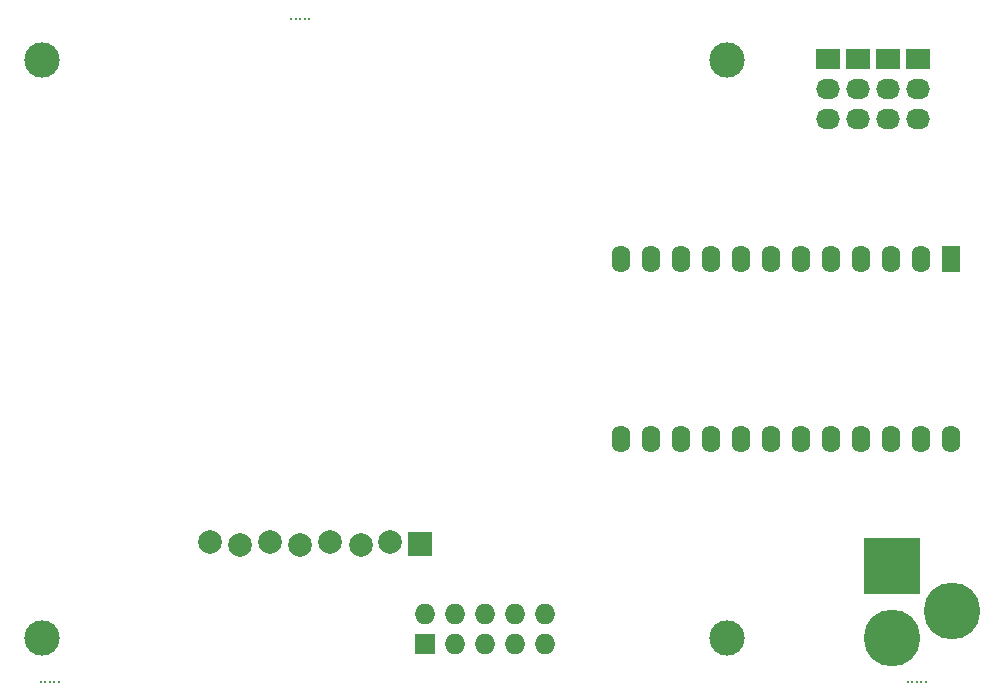
<source format=gbs>
G04 #@! TF.FileFunction,Soldermask,Bot*
%FSLAX46Y46*%
G04 Gerber Fmt 4.6, Leading zero omitted, Abs format (unit mm)*
G04 Created by KiCad (PCBNEW (2015-01-16 BZR 5376)-product) date 3/31/2016 11:59:57 AM*
%MOMM*%
G01*
G04 APERTURE LIST*
%ADD10C,0.100000*%
%ADD11C,2.000000*%
%ADD12R,2.000000X2.000000*%
%ADD13R,2.032000X1.727200*%
%ADD14O,2.032000X1.727200*%
%ADD15R,1.574800X2.286000*%
%ADD16O,1.574800X2.286000*%
%ADD17C,0.300000*%
%ADD18R,1.727200X1.727200*%
%ADD19O,1.727200X1.727200*%
%ADD20C,4.800600*%
%ADD21R,4.800600X4.800600*%
%ADD22C,3.000000*%
G04 APERTURE END LIST*
D10*
D11*
X111760000Y-116840000D03*
X114300000Y-117050000D03*
X116840000Y-116840000D03*
X119400000Y-117050000D03*
X121920000Y-116840000D03*
X124500000Y-117050000D03*
X127000000Y-116840000D03*
D12*
X129550000Y-117000000D03*
D13*
X171735000Y-75946000D03*
D14*
X171735000Y-78486000D03*
X171735000Y-81026000D03*
D13*
X169195000Y-75946000D03*
D14*
X169195000Y-78486000D03*
X169195000Y-81026000D03*
D13*
X166655000Y-75946000D03*
D14*
X166655000Y-78486000D03*
X166655000Y-81026000D03*
D13*
X164095000Y-75935000D03*
D14*
X164095000Y-78475000D03*
X164095000Y-81015000D03*
D15*
X174470000Y-92880000D03*
D16*
X171930000Y-92880000D03*
X169390000Y-92880000D03*
X166850000Y-92880000D03*
X164310000Y-92880000D03*
X161770000Y-92880000D03*
X159230000Y-92880000D03*
X156690000Y-92880000D03*
X154150000Y-92880000D03*
X151610000Y-92880000D03*
X149070000Y-92880000D03*
X146530000Y-92880000D03*
X146530000Y-108120000D03*
X149070000Y-108120000D03*
X151610000Y-108120000D03*
X154150000Y-108120000D03*
X156690000Y-108120000D03*
X159230000Y-108120000D03*
X161770000Y-108120000D03*
X164310000Y-108120000D03*
X166850000Y-108120000D03*
X169390000Y-108120000D03*
X171930000Y-108120000D03*
X174470000Y-108120000D03*
D17*
X98933000Y-128651000D03*
X98552000Y-128651000D03*
X98171000Y-128651000D03*
X97790000Y-128651000D03*
X97409000Y-128651000D03*
X172339000Y-128651000D03*
X171958000Y-128651000D03*
X171577000Y-128651000D03*
X171196000Y-128651000D03*
X170815000Y-128651000D03*
X118618000Y-72517000D03*
D18*
X130000000Y-125500000D03*
D19*
X130000000Y-122960000D03*
X132540000Y-125500000D03*
X132540000Y-122960000D03*
X135080000Y-125500000D03*
X135080000Y-122960000D03*
X137620000Y-125500000D03*
X137620000Y-122960000D03*
X140160000Y-125500000D03*
X140160000Y-122960000D03*
D20*
X169500000Y-125000000D03*
D21*
X169500000Y-118904000D03*
D20*
X174580000Y-122714000D03*
D22*
X97500000Y-76000000D03*
X155500000Y-76000000D03*
X97500000Y-125000000D03*
X155500000Y-125000000D03*
D17*
X118999000Y-72517000D03*
X119380000Y-72517000D03*
X119761000Y-72517000D03*
X120142000Y-72517000D03*
M02*

</source>
